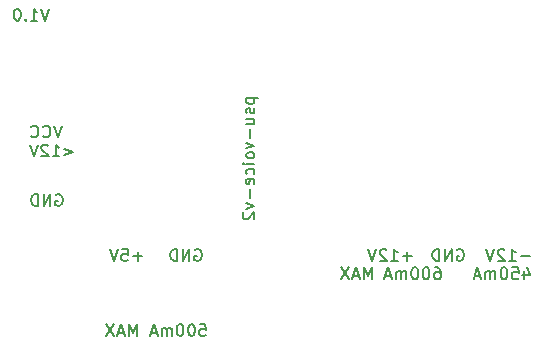
<source format=gbo>
G04 #@! TF.GenerationSoftware,KiCad,Pcbnew,7.0.8*
G04 #@! TF.CreationDate,2023-11-17T13:56:22+01:00*
G04 #@! TF.ProjectId,shmoergh-dual-rail-psu,73686d6f-6572-4676-982d-6475616c2d72,rev?*
G04 #@! TF.SameCoordinates,Original*
G04 #@! TF.FileFunction,Legend,Bot*
G04 #@! TF.FilePolarity,Positive*
%FSLAX46Y46*%
G04 Gerber Fmt 4.6, Leading zero omitted, Abs format (unit mm)*
G04 Created by KiCad (PCBNEW 7.0.8) date 2023-11-17 13:56:22*
%MOMM*%
%LPD*%
G01*
G04 APERTURE LIST*
%ADD10C,0.150000*%
%ADD11C,6.000000*%
%ADD12C,1.152000*%
%ADD13R,2.600000X2.600000*%
%ADD14C,2.600000*%
G04 APERTURE END LIST*
D10*
X41426904Y-37708438D02*
X41522142Y-37660819D01*
X41522142Y-37660819D02*
X41664999Y-37660819D01*
X41664999Y-37660819D02*
X41807856Y-37708438D01*
X41807856Y-37708438D02*
X41903094Y-37803676D01*
X41903094Y-37803676D02*
X41950713Y-37898914D01*
X41950713Y-37898914D02*
X41998332Y-38089390D01*
X41998332Y-38089390D02*
X41998332Y-38232247D01*
X41998332Y-38232247D02*
X41950713Y-38422723D01*
X41950713Y-38422723D02*
X41903094Y-38517961D01*
X41903094Y-38517961D02*
X41807856Y-38613200D01*
X41807856Y-38613200D02*
X41664999Y-38660819D01*
X41664999Y-38660819D02*
X41569761Y-38660819D01*
X41569761Y-38660819D02*
X41426904Y-38613200D01*
X41426904Y-38613200D02*
X41379285Y-38565580D01*
X41379285Y-38565580D02*
X41379285Y-38232247D01*
X41379285Y-38232247D02*
X41569761Y-38232247D01*
X40950713Y-38660819D02*
X40950713Y-37660819D01*
X40950713Y-37660819D02*
X40379285Y-38660819D01*
X40379285Y-38660819D02*
X40379285Y-37660819D01*
X39903094Y-38660819D02*
X39903094Y-37660819D01*
X39903094Y-37660819D02*
X39664999Y-37660819D01*
X39664999Y-37660819D02*
X39522142Y-37708438D01*
X39522142Y-37708438D02*
X39426904Y-37803676D01*
X39426904Y-37803676D02*
X39379285Y-37898914D01*
X39379285Y-37898914D02*
X39331666Y-38089390D01*
X39331666Y-38089390D02*
X39331666Y-38232247D01*
X39331666Y-38232247D02*
X39379285Y-38422723D01*
X39379285Y-38422723D02*
X39426904Y-38517961D01*
X39426904Y-38517961D02*
X39522142Y-38613200D01*
X39522142Y-38613200D02*
X39664999Y-38660819D01*
X39664999Y-38660819D02*
X39903094Y-38660819D01*
X36950713Y-38279866D02*
X36188809Y-38279866D01*
X36569761Y-38660819D02*
X36569761Y-37898914D01*
X35236428Y-37660819D02*
X35712618Y-37660819D01*
X35712618Y-37660819D02*
X35760237Y-38137009D01*
X35760237Y-38137009D02*
X35712618Y-38089390D01*
X35712618Y-38089390D02*
X35617380Y-38041771D01*
X35617380Y-38041771D02*
X35379285Y-38041771D01*
X35379285Y-38041771D02*
X35284047Y-38089390D01*
X35284047Y-38089390D02*
X35236428Y-38137009D01*
X35236428Y-38137009D02*
X35188809Y-38232247D01*
X35188809Y-38232247D02*
X35188809Y-38470342D01*
X35188809Y-38470342D02*
X35236428Y-38565580D01*
X35236428Y-38565580D02*
X35284047Y-38613200D01*
X35284047Y-38613200D02*
X35379285Y-38660819D01*
X35379285Y-38660819D02*
X35617380Y-38660819D01*
X35617380Y-38660819D02*
X35712618Y-38613200D01*
X35712618Y-38613200D02*
X35760237Y-38565580D01*
X34903094Y-37660819D02*
X34569761Y-38660819D01*
X34569761Y-38660819D02*
X34236428Y-37660819D01*
X59776904Y-38279866D02*
X59015000Y-38279866D01*
X59395952Y-38660819D02*
X59395952Y-37898914D01*
X58015000Y-38660819D02*
X58586428Y-38660819D01*
X58300714Y-38660819D02*
X58300714Y-37660819D01*
X58300714Y-37660819D02*
X58395952Y-37803676D01*
X58395952Y-37803676D02*
X58491190Y-37898914D01*
X58491190Y-37898914D02*
X58586428Y-37946533D01*
X57634047Y-37756057D02*
X57586428Y-37708438D01*
X57586428Y-37708438D02*
X57491190Y-37660819D01*
X57491190Y-37660819D02*
X57253095Y-37660819D01*
X57253095Y-37660819D02*
X57157857Y-37708438D01*
X57157857Y-37708438D02*
X57110238Y-37756057D01*
X57110238Y-37756057D02*
X57062619Y-37851295D01*
X57062619Y-37851295D02*
X57062619Y-37946533D01*
X57062619Y-37946533D02*
X57110238Y-38089390D01*
X57110238Y-38089390D02*
X57681666Y-38660819D01*
X57681666Y-38660819D02*
X57062619Y-38660819D01*
X56776904Y-37660819D02*
X56443571Y-38660819D01*
X56443571Y-38660819D02*
X56110238Y-37660819D01*
X63626904Y-37708438D02*
X63722142Y-37660819D01*
X63722142Y-37660819D02*
X63864999Y-37660819D01*
X63864999Y-37660819D02*
X64007856Y-37708438D01*
X64007856Y-37708438D02*
X64103094Y-37803676D01*
X64103094Y-37803676D02*
X64150713Y-37898914D01*
X64150713Y-37898914D02*
X64198332Y-38089390D01*
X64198332Y-38089390D02*
X64198332Y-38232247D01*
X64198332Y-38232247D02*
X64150713Y-38422723D01*
X64150713Y-38422723D02*
X64103094Y-38517961D01*
X64103094Y-38517961D02*
X64007856Y-38613200D01*
X64007856Y-38613200D02*
X63864999Y-38660819D01*
X63864999Y-38660819D02*
X63769761Y-38660819D01*
X63769761Y-38660819D02*
X63626904Y-38613200D01*
X63626904Y-38613200D02*
X63579285Y-38565580D01*
X63579285Y-38565580D02*
X63579285Y-38232247D01*
X63579285Y-38232247D02*
X63769761Y-38232247D01*
X63150713Y-38660819D02*
X63150713Y-37660819D01*
X63150713Y-37660819D02*
X62579285Y-38660819D01*
X62579285Y-38660819D02*
X62579285Y-37660819D01*
X62103094Y-38660819D02*
X62103094Y-37660819D01*
X62103094Y-37660819D02*
X61864999Y-37660819D01*
X61864999Y-37660819D02*
X61722142Y-37708438D01*
X61722142Y-37708438D02*
X61626904Y-37803676D01*
X61626904Y-37803676D02*
X61579285Y-37898914D01*
X61579285Y-37898914D02*
X61531666Y-38089390D01*
X61531666Y-38089390D02*
X61531666Y-38232247D01*
X61531666Y-38232247D02*
X61579285Y-38422723D01*
X61579285Y-38422723D02*
X61626904Y-38517961D01*
X61626904Y-38517961D02*
X61722142Y-38613200D01*
X61722142Y-38613200D02*
X61864999Y-38660819D01*
X61864999Y-38660819D02*
X62103094Y-38660819D01*
X69761904Y-38279866D02*
X69000000Y-38279866D01*
X68000000Y-38660819D02*
X68571428Y-38660819D01*
X68285714Y-38660819D02*
X68285714Y-37660819D01*
X68285714Y-37660819D02*
X68380952Y-37803676D01*
X68380952Y-37803676D02*
X68476190Y-37898914D01*
X68476190Y-37898914D02*
X68571428Y-37946533D01*
X67619047Y-37756057D02*
X67571428Y-37708438D01*
X67571428Y-37708438D02*
X67476190Y-37660819D01*
X67476190Y-37660819D02*
X67238095Y-37660819D01*
X67238095Y-37660819D02*
X67142857Y-37708438D01*
X67142857Y-37708438D02*
X67095238Y-37756057D01*
X67095238Y-37756057D02*
X67047619Y-37851295D01*
X67047619Y-37851295D02*
X67047619Y-37946533D01*
X67047619Y-37946533D02*
X67095238Y-38089390D01*
X67095238Y-38089390D02*
X67666666Y-38660819D01*
X67666666Y-38660819D02*
X67047619Y-38660819D01*
X66761904Y-37660819D02*
X66428571Y-38660819D01*
X66428571Y-38660819D02*
X66095238Y-37660819D01*
X29649398Y-33058438D02*
X29744636Y-33010819D01*
X29744636Y-33010819D02*
X29887493Y-33010819D01*
X29887493Y-33010819D02*
X30030350Y-33058438D01*
X30030350Y-33058438D02*
X30125588Y-33153676D01*
X30125588Y-33153676D02*
X30173207Y-33248914D01*
X30173207Y-33248914D02*
X30220826Y-33439390D01*
X30220826Y-33439390D02*
X30220826Y-33582247D01*
X30220826Y-33582247D02*
X30173207Y-33772723D01*
X30173207Y-33772723D02*
X30125588Y-33867961D01*
X30125588Y-33867961D02*
X30030350Y-33963200D01*
X30030350Y-33963200D02*
X29887493Y-34010819D01*
X29887493Y-34010819D02*
X29792255Y-34010819D01*
X29792255Y-34010819D02*
X29649398Y-33963200D01*
X29649398Y-33963200D02*
X29601779Y-33915580D01*
X29601779Y-33915580D02*
X29601779Y-33582247D01*
X29601779Y-33582247D02*
X29792255Y-33582247D01*
X29173207Y-34010819D02*
X29173207Y-33010819D01*
X29173207Y-33010819D02*
X28601779Y-34010819D01*
X28601779Y-34010819D02*
X28601779Y-33010819D01*
X28125588Y-34010819D02*
X28125588Y-33010819D01*
X28125588Y-33010819D02*
X27887493Y-33010819D01*
X27887493Y-33010819D02*
X27744636Y-33058438D01*
X27744636Y-33058438D02*
X27649398Y-33153676D01*
X27649398Y-33153676D02*
X27601779Y-33248914D01*
X27601779Y-33248914D02*
X27554160Y-33439390D01*
X27554160Y-33439390D02*
X27554160Y-33582247D01*
X27554160Y-33582247D02*
X27601779Y-33772723D01*
X27601779Y-33772723D02*
X27649398Y-33867961D01*
X27649398Y-33867961D02*
X27744636Y-33963200D01*
X27744636Y-33963200D02*
X27887493Y-34010819D01*
X27887493Y-34010819D02*
X28125588Y-34010819D01*
X61753285Y-39205819D02*
X61943761Y-39205819D01*
X61943761Y-39205819D02*
X62038999Y-39253438D01*
X62038999Y-39253438D02*
X62086618Y-39301057D01*
X62086618Y-39301057D02*
X62181856Y-39443914D01*
X62181856Y-39443914D02*
X62229475Y-39634390D01*
X62229475Y-39634390D02*
X62229475Y-40015342D01*
X62229475Y-40015342D02*
X62181856Y-40110580D01*
X62181856Y-40110580D02*
X62134237Y-40158200D01*
X62134237Y-40158200D02*
X62038999Y-40205819D01*
X62038999Y-40205819D02*
X61848523Y-40205819D01*
X61848523Y-40205819D02*
X61753285Y-40158200D01*
X61753285Y-40158200D02*
X61705666Y-40110580D01*
X61705666Y-40110580D02*
X61658047Y-40015342D01*
X61658047Y-40015342D02*
X61658047Y-39777247D01*
X61658047Y-39777247D02*
X61705666Y-39682009D01*
X61705666Y-39682009D02*
X61753285Y-39634390D01*
X61753285Y-39634390D02*
X61848523Y-39586771D01*
X61848523Y-39586771D02*
X62038999Y-39586771D01*
X62038999Y-39586771D02*
X62134237Y-39634390D01*
X62134237Y-39634390D02*
X62181856Y-39682009D01*
X62181856Y-39682009D02*
X62229475Y-39777247D01*
X61038999Y-39205819D02*
X60943761Y-39205819D01*
X60943761Y-39205819D02*
X60848523Y-39253438D01*
X60848523Y-39253438D02*
X60800904Y-39301057D01*
X60800904Y-39301057D02*
X60753285Y-39396295D01*
X60753285Y-39396295D02*
X60705666Y-39586771D01*
X60705666Y-39586771D02*
X60705666Y-39824866D01*
X60705666Y-39824866D02*
X60753285Y-40015342D01*
X60753285Y-40015342D02*
X60800904Y-40110580D01*
X60800904Y-40110580D02*
X60848523Y-40158200D01*
X60848523Y-40158200D02*
X60943761Y-40205819D01*
X60943761Y-40205819D02*
X61038999Y-40205819D01*
X61038999Y-40205819D02*
X61134237Y-40158200D01*
X61134237Y-40158200D02*
X61181856Y-40110580D01*
X61181856Y-40110580D02*
X61229475Y-40015342D01*
X61229475Y-40015342D02*
X61277094Y-39824866D01*
X61277094Y-39824866D02*
X61277094Y-39586771D01*
X61277094Y-39586771D02*
X61229475Y-39396295D01*
X61229475Y-39396295D02*
X61181856Y-39301057D01*
X61181856Y-39301057D02*
X61134237Y-39253438D01*
X61134237Y-39253438D02*
X61038999Y-39205819D01*
X60086618Y-39205819D02*
X59991380Y-39205819D01*
X59991380Y-39205819D02*
X59896142Y-39253438D01*
X59896142Y-39253438D02*
X59848523Y-39301057D01*
X59848523Y-39301057D02*
X59800904Y-39396295D01*
X59800904Y-39396295D02*
X59753285Y-39586771D01*
X59753285Y-39586771D02*
X59753285Y-39824866D01*
X59753285Y-39824866D02*
X59800904Y-40015342D01*
X59800904Y-40015342D02*
X59848523Y-40110580D01*
X59848523Y-40110580D02*
X59896142Y-40158200D01*
X59896142Y-40158200D02*
X59991380Y-40205819D01*
X59991380Y-40205819D02*
X60086618Y-40205819D01*
X60086618Y-40205819D02*
X60181856Y-40158200D01*
X60181856Y-40158200D02*
X60229475Y-40110580D01*
X60229475Y-40110580D02*
X60277094Y-40015342D01*
X60277094Y-40015342D02*
X60324713Y-39824866D01*
X60324713Y-39824866D02*
X60324713Y-39586771D01*
X60324713Y-39586771D02*
X60277094Y-39396295D01*
X60277094Y-39396295D02*
X60229475Y-39301057D01*
X60229475Y-39301057D02*
X60181856Y-39253438D01*
X60181856Y-39253438D02*
X60086618Y-39205819D01*
X59324713Y-40205819D02*
X59324713Y-39539152D01*
X59324713Y-39634390D02*
X59277094Y-39586771D01*
X59277094Y-39586771D02*
X59181856Y-39539152D01*
X59181856Y-39539152D02*
X59038999Y-39539152D01*
X59038999Y-39539152D02*
X58943761Y-39586771D01*
X58943761Y-39586771D02*
X58896142Y-39682009D01*
X58896142Y-39682009D02*
X58896142Y-40205819D01*
X58896142Y-39682009D02*
X58848523Y-39586771D01*
X58848523Y-39586771D02*
X58753285Y-39539152D01*
X58753285Y-39539152D02*
X58610428Y-39539152D01*
X58610428Y-39539152D02*
X58515189Y-39586771D01*
X58515189Y-39586771D02*
X58467570Y-39682009D01*
X58467570Y-39682009D02*
X58467570Y-40205819D01*
X58038999Y-39920104D02*
X57562809Y-39920104D01*
X58134237Y-40205819D02*
X57800904Y-39205819D01*
X57800904Y-39205819D02*
X57467571Y-40205819D01*
X56372332Y-40205819D02*
X56372332Y-39205819D01*
X56372332Y-39205819D02*
X56038999Y-39920104D01*
X56038999Y-39920104D02*
X55705666Y-39205819D01*
X55705666Y-39205819D02*
X55705666Y-40205819D01*
X55277094Y-39920104D02*
X54800904Y-39920104D01*
X55372332Y-40205819D02*
X55038999Y-39205819D01*
X55038999Y-39205819D02*
X54705666Y-40205819D01*
X54467570Y-39205819D02*
X53800904Y-40205819D01*
X53800904Y-39205819D02*
X54467570Y-40205819D01*
X69294142Y-39539152D02*
X69294142Y-40205819D01*
X69532237Y-39158200D02*
X69770332Y-39872485D01*
X69770332Y-39872485D02*
X69151285Y-39872485D01*
X68294142Y-39205819D02*
X68770332Y-39205819D01*
X68770332Y-39205819D02*
X68817951Y-39682009D01*
X68817951Y-39682009D02*
X68770332Y-39634390D01*
X68770332Y-39634390D02*
X68675094Y-39586771D01*
X68675094Y-39586771D02*
X68436999Y-39586771D01*
X68436999Y-39586771D02*
X68341761Y-39634390D01*
X68341761Y-39634390D02*
X68294142Y-39682009D01*
X68294142Y-39682009D02*
X68246523Y-39777247D01*
X68246523Y-39777247D02*
X68246523Y-40015342D01*
X68246523Y-40015342D02*
X68294142Y-40110580D01*
X68294142Y-40110580D02*
X68341761Y-40158200D01*
X68341761Y-40158200D02*
X68436999Y-40205819D01*
X68436999Y-40205819D02*
X68675094Y-40205819D01*
X68675094Y-40205819D02*
X68770332Y-40158200D01*
X68770332Y-40158200D02*
X68817951Y-40110580D01*
X67627475Y-39205819D02*
X67532237Y-39205819D01*
X67532237Y-39205819D02*
X67436999Y-39253438D01*
X67436999Y-39253438D02*
X67389380Y-39301057D01*
X67389380Y-39301057D02*
X67341761Y-39396295D01*
X67341761Y-39396295D02*
X67294142Y-39586771D01*
X67294142Y-39586771D02*
X67294142Y-39824866D01*
X67294142Y-39824866D02*
X67341761Y-40015342D01*
X67341761Y-40015342D02*
X67389380Y-40110580D01*
X67389380Y-40110580D02*
X67436999Y-40158200D01*
X67436999Y-40158200D02*
X67532237Y-40205819D01*
X67532237Y-40205819D02*
X67627475Y-40205819D01*
X67627475Y-40205819D02*
X67722713Y-40158200D01*
X67722713Y-40158200D02*
X67770332Y-40110580D01*
X67770332Y-40110580D02*
X67817951Y-40015342D01*
X67817951Y-40015342D02*
X67865570Y-39824866D01*
X67865570Y-39824866D02*
X67865570Y-39586771D01*
X67865570Y-39586771D02*
X67817951Y-39396295D01*
X67817951Y-39396295D02*
X67770332Y-39301057D01*
X67770332Y-39301057D02*
X67722713Y-39253438D01*
X67722713Y-39253438D02*
X67627475Y-39205819D01*
X66865570Y-40205819D02*
X66865570Y-39539152D01*
X66865570Y-39634390D02*
X66817951Y-39586771D01*
X66817951Y-39586771D02*
X66722713Y-39539152D01*
X66722713Y-39539152D02*
X66579856Y-39539152D01*
X66579856Y-39539152D02*
X66484618Y-39586771D01*
X66484618Y-39586771D02*
X66436999Y-39682009D01*
X66436999Y-39682009D02*
X66436999Y-40205819D01*
X66436999Y-39682009D02*
X66389380Y-39586771D01*
X66389380Y-39586771D02*
X66294142Y-39539152D01*
X66294142Y-39539152D02*
X66151285Y-39539152D01*
X66151285Y-39539152D02*
X66056046Y-39586771D01*
X66056046Y-39586771D02*
X66008427Y-39682009D01*
X66008427Y-39682009D02*
X66008427Y-40205819D01*
X65579856Y-39920104D02*
X65103666Y-39920104D01*
X65675094Y-40205819D02*
X65341761Y-39205819D01*
X65341761Y-39205819D02*
X65008428Y-40205819D01*
X41831666Y-44010819D02*
X42307856Y-44010819D01*
X42307856Y-44010819D02*
X42355475Y-44487009D01*
X42355475Y-44487009D02*
X42307856Y-44439390D01*
X42307856Y-44439390D02*
X42212618Y-44391771D01*
X42212618Y-44391771D02*
X41974523Y-44391771D01*
X41974523Y-44391771D02*
X41879285Y-44439390D01*
X41879285Y-44439390D02*
X41831666Y-44487009D01*
X41831666Y-44487009D02*
X41784047Y-44582247D01*
X41784047Y-44582247D02*
X41784047Y-44820342D01*
X41784047Y-44820342D02*
X41831666Y-44915580D01*
X41831666Y-44915580D02*
X41879285Y-44963200D01*
X41879285Y-44963200D02*
X41974523Y-45010819D01*
X41974523Y-45010819D02*
X42212618Y-45010819D01*
X42212618Y-45010819D02*
X42307856Y-44963200D01*
X42307856Y-44963200D02*
X42355475Y-44915580D01*
X41164999Y-44010819D02*
X41069761Y-44010819D01*
X41069761Y-44010819D02*
X40974523Y-44058438D01*
X40974523Y-44058438D02*
X40926904Y-44106057D01*
X40926904Y-44106057D02*
X40879285Y-44201295D01*
X40879285Y-44201295D02*
X40831666Y-44391771D01*
X40831666Y-44391771D02*
X40831666Y-44629866D01*
X40831666Y-44629866D02*
X40879285Y-44820342D01*
X40879285Y-44820342D02*
X40926904Y-44915580D01*
X40926904Y-44915580D02*
X40974523Y-44963200D01*
X40974523Y-44963200D02*
X41069761Y-45010819D01*
X41069761Y-45010819D02*
X41164999Y-45010819D01*
X41164999Y-45010819D02*
X41260237Y-44963200D01*
X41260237Y-44963200D02*
X41307856Y-44915580D01*
X41307856Y-44915580D02*
X41355475Y-44820342D01*
X41355475Y-44820342D02*
X41403094Y-44629866D01*
X41403094Y-44629866D02*
X41403094Y-44391771D01*
X41403094Y-44391771D02*
X41355475Y-44201295D01*
X41355475Y-44201295D02*
X41307856Y-44106057D01*
X41307856Y-44106057D02*
X41260237Y-44058438D01*
X41260237Y-44058438D02*
X41164999Y-44010819D01*
X40212618Y-44010819D02*
X40117380Y-44010819D01*
X40117380Y-44010819D02*
X40022142Y-44058438D01*
X40022142Y-44058438D02*
X39974523Y-44106057D01*
X39974523Y-44106057D02*
X39926904Y-44201295D01*
X39926904Y-44201295D02*
X39879285Y-44391771D01*
X39879285Y-44391771D02*
X39879285Y-44629866D01*
X39879285Y-44629866D02*
X39926904Y-44820342D01*
X39926904Y-44820342D02*
X39974523Y-44915580D01*
X39974523Y-44915580D02*
X40022142Y-44963200D01*
X40022142Y-44963200D02*
X40117380Y-45010819D01*
X40117380Y-45010819D02*
X40212618Y-45010819D01*
X40212618Y-45010819D02*
X40307856Y-44963200D01*
X40307856Y-44963200D02*
X40355475Y-44915580D01*
X40355475Y-44915580D02*
X40403094Y-44820342D01*
X40403094Y-44820342D02*
X40450713Y-44629866D01*
X40450713Y-44629866D02*
X40450713Y-44391771D01*
X40450713Y-44391771D02*
X40403094Y-44201295D01*
X40403094Y-44201295D02*
X40355475Y-44106057D01*
X40355475Y-44106057D02*
X40307856Y-44058438D01*
X40307856Y-44058438D02*
X40212618Y-44010819D01*
X39450713Y-45010819D02*
X39450713Y-44344152D01*
X39450713Y-44439390D02*
X39403094Y-44391771D01*
X39403094Y-44391771D02*
X39307856Y-44344152D01*
X39307856Y-44344152D02*
X39164999Y-44344152D01*
X39164999Y-44344152D02*
X39069761Y-44391771D01*
X39069761Y-44391771D02*
X39022142Y-44487009D01*
X39022142Y-44487009D02*
X39022142Y-45010819D01*
X39022142Y-44487009D02*
X38974523Y-44391771D01*
X38974523Y-44391771D02*
X38879285Y-44344152D01*
X38879285Y-44344152D02*
X38736428Y-44344152D01*
X38736428Y-44344152D02*
X38641189Y-44391771D01*
X38641189Y-44391771D02*
X38593570Y-44487009D01*
X38593570Y-44487009D02*
X38593570Y-45010819D01*
X38164999Y-44725104D02*
X37688809Y-44725104D01*
X38260237Y-45010819D02*
X37926904Y-44010819D01*
X37926904Y-44010819D02*
X37593571Y-45010819D01*
X36498332Y-45010819D02*
X36498332Y-44010819D01*
X36498332Y-44010819D02*
X36164999Y-44725104D01*
X36164999Y-44725104D02*
X35831666Y-44010819D01*
X35831666Y-44010819D02*
X35831666Y-45010819D01*
X35403094Y-44725104D02*
X34926904Y-44725104D01*
X35498332Y-45010819D02*
X35164999Y-44010819D01*
X35164999Y-44010819D02*
X34831666Y-45010819D01*
X34593570Y-44010819D02*
X33926904Y-45010819D01*
X33926904Y-44010819D02*
X34593570Y-45010819D01*
X30125588Y-27205819D02*
X29792255Y-28205819D01*
X29792255Y-28205819D02*
X29458922Y-27205819D01*
X28554160Y-28110580D02*
X28601779Y-28158200D01*
X28601779Y-28158200D02*
X28744636Y-28205819D01*
X28744636Y-28205819D02*
X28839874Y-28205819D01*
X28839874Y-28205819D02*
X28982731Y-28158200D01*
X28982731Y-28158200D02*
X29077969Y-28062961D01*
X29077969Y-28062961D02*
X29125588Y-27967723D01*
X29125588Y-27967723D02*
X29173207Y-27777247D01*
X29173207Y-27777247D02*
X29173207Y-27634390D01*
X29173207Y-27634390D02*
X29125588Y-27443914D01*
X29125588Y-27443914D02*
X29077969Y-27348676D01*
X29077969Y-27348676D02*
X28982731Y-27253438D01*
X28982731Y-27253438D02*
X28839874Y-27205819D01*
X28839874Y-27205819D02*
X28744636Y-27205819D01*
X28744636Y-27205819D02*
X28601779Y-27253438D01*
X28601779Y-27253438D02*
X28554160Y-27301057D01*
X27554160Y-28110580D02*
X27601779Y-28158200D01*
X27601779Y-28158200D02*
X27744636Y-28205819D01*
X27744636Y-28205819D02*
X27839874Y-28205819D01*
X27839874Y-28205819D02*
X27982731Y-28158200D01*
X27982731Y-28158200D02*
X28077969Y-28062961D01*
X28077969Y-28062961D02*
X28125588Y-27967723D01*
X28125588Y-27967723D02*
X28173207Y-27777247D01*
X28173207Y-27777247D02*
X28173207Y-27634390D01*
X28173207Y-27634390D02*
X28125588Y-27443914D01*
X28125588Y-27443914D02*
X28077969Y-27348676D01*
X28077969Y-27348676D02*
X27982731Y-27253438D01*
X27982731Y-27253438D02*
X27839874Y-27205819D01*
X27839874Y-27205819D02*
X27744636Y-27205819D01*
X27744636Y-27205819D02*
X27601779Y-27253438D01*
X27601779Y-27253438D02*
X27554160Y-27301057D01*
X30363684Y-29149152D02*
X31125588Y-29434866D01*
X31125588Y-29434866D02*
X30363684Y-29720580D01*
X29363684Y-29815819D02*
X29935112Y-29815819D01*
X29649398Y-29815819D02*
X29649398Y-28815819D01*
X29649398Y-28815819D02*
X29744636Y-28958676D01*
X29744636Y-28958676D02*
X29839874Y-29053914D01*
X29839874Y-29053914D02*
X29935112Y-29101533D01*
X28982731Y-28911057D02*
X28935112Y-28863438D01*
X28935112Y-28863438D02*
X28839874Y-28815819D01*
X28839874Y-28815819D02*
X28601779Y-28815819D01*
X28601779Y-28815819D02*
X28506541Y-28863438D01*
X28506541Y-28863438D02*
X28458922Y-28911057D01*
X28458922Y-28911057D02*
X28411303Y-29006295D01*
X28411303Y-29006295D02*
X28411303Y-29101533D01*
X28411303Y-29101533D02*
X28458922Y-29244390D01*
X28458922Y-29244390D02*
X29030350Y-29815819D01*
X29030350Y-29815819D02*
X28411303Y-29815819D01*
X28125588Y-28815819D02*
X27792255Y-29815819D01*
X27792255Y-29815819D02*
X27458922Y-28815819D01*
X29038808Y-17310819D02*
X28705475Y-18310819D01*
X28705475Y-18310819D02*
X28372142Y-17310819D01*
X27514999Y-18310819D02*
X28086427Y-18310819D01*
X27800713Y-18310819D02*
X27800713Y-17310819D01*
X27800713Y-17310819D02*
X27895951Y-17453676D01*
X27895951Y-17453676D02*
X27991189Y-17548914D01*
X27991189Y-17548914D02*
X28086427Y-17596533D01*
X27086427Y-18215580D02*
X27038808Y-18263200D01*
X27038808Y-18263200D02*
X27086427Y-18310819D01*
X27086427Y-18310819D02*
X27134046Y-18263200D01*
X27134046Y-18263200D02*
X27086427Y-18215580D01*
X27086427Y-18215580D02*
X27086427Y-18310819D01*
X26419761Y-17310819D02*
X26324523Y-17310819D01*
X26324523Y-17310819D02*
X26229285Y-17358438D01*
X26229285Y-17358438D02*
X26181666Y-17406057D01*
X26181666Y-17406057D02*
X26134047Y-17501295D01*
X26134047Y-17501295D02*
X26086428Y-17691771D01*
X26086428Y-17691771D02*
X26086428Y-17929866D01*
X26086428Y-17929866D02*
X26134047Y-18120342D01*
X26134047Y-18120342D02*
X26181666Y-18215580D01*
X26181666Y-18215580D02*
X26229285Y-18263200D01*
X26229285Y-18263200D02*
X26324523Y-18310819D01*
X26324523Y-18310819D02*
X26419761Y-18310819D01*
X26419761Y-18310819D02*
X26514999Y-18263200D01*
X26514999Y-18263200D02*
X26562618Y-18215580D01*
X26562618Y-18215580D02*
X26610237Y-18120342D01*
X26610237Y-18120342D02*
X26657856Y-17929866D01*
X26657856Y-17929866D02*
X26657856Y-17691771D01*
X26657856Y-17691771D02*
X26610237Y-17501295D01*
X26610237Y-17501295D02*
X26562618Y-17406057D01*
X26562618Y-17406057D02*
X26514999Y-17358438D01*
X26514999Y-17358438D02*
X26419761Y-17310819D01*
X45781152Y-24894762D02*
X46781152Y-24894762D01*
X45828771Y-24894762D02*
X45781152Y-24990000D01*
X45781152Y-24990000D02*
X45781152Y-25180476D01*
X45781152Y-25180476D02*
X45828771Y-25275714D01*
X45828771Y-25275714D02*
X45876390Y-25323333D01*
X45876390Y-25323333D02*
X45971628Y-25370952D01*
X45971628Y-25370952D02*
X46257342Y-25370952D01*
X46257342Y-25370952D02*
X46352580Y-25323333D01*
X46352580Y-25323333D02*
X46400200Y-25275714D01*
X46400200Y-25275714D02*
X46447819Y-25180476D01*
X46447819Y-25180476D02*
X46447819Y-24990000D01*
X46447819Y-24990000D02*
X46400200Y-24894762D01*
X46400200Y-25751905D02*
X46447819Y-25847143D01*
X46447819Y-25847143D02*
X46447819Y-26037619D01*
X46447819Y-26037619D02*
X46400200Y-26132857D01*
X46400200Y-26132857D02*
X46304961Y-26180476D01*
X46304961Y-26180476D02*
X46257342Y-26180476D01*
X46257342Y-26180476D02*
X46162104Y-26132857D01*
X46162104Y-26132857D02*
X46114485Y-26037619D01*
X46114485Y-26037619D02*
X46114485Y-25894762D01*
X46114485Y-25894762D02*
X46066866Y-25799524D01*
X46066866Y-25799524D02*
X45971628Y-25751905D01*
X45971628Y-25751905D02*
X45924009Y-25751905D01*
X45924009Y-25751905D02*
X45828771Y-25799524D01*
X45828771Y-25799524D02*
X45781152Y-25894762D01*
X45781152Y-25894762D02*
X45781152Y-26037619D01*
X45781152Y-26037619D02*
X45828771Y-26132857D01*
X45781152Y-27037619D02*
X46447819Y-27037619D01*
X45781152Y-26609048D02*
X46304961Y-26609048D01*
X46304961Y-26609048D02*
X46400200Y-26656667D01*
X46400200Y-26656667D02*
X46447819Y-26751905D01*
X46447819Y-26751905D02*
X46447819Y-26894762D01*
X46447819Y-26894762D02*
X46400200Y-26990000D01*
X46400200Y-26990000D02*
X46352580Y-27037619D01*
X46066866Y-27513810D02*
X46066866Y-28275715D01*
X45781152Y-28656667D02*
X46447819Y-28894762D01*
X46447819Y-28894762D02*
X45781152Y-29132857D01*
X46447819Y-29656667D02*
X46400200Y-29561429D01*
X46400200Y-29561429D02*
X46352580Y-29513810D01*
X46352580Y-29513810D02*
X46257342Y-29466191D01*
X46257342Y-29466191D02*
X45971628Y-29466191D01*
X45971628Y-29466191D02*
X45876390Y-29513810D01*
X45876390Y-29513810D02*
X45828771Y-29561429D01*
X45828771Y-29561429D02*
X45781152Y-29656667D01*
X45781152Y-29656667D02*
X45781152Y-29799524D01*
X45781152Y-29799524D02*
X45828771Y-29894762D01*
X45828771Y-29894762D02*
X45876390Y-29942381D01*
X45876390Y-29942381D02*
X45971628Y-29990000D01*
X45971628Y-29990000D02*
X46257342Y-29990000D01*
X46257342Y-29990000D02*
X46352580Y-29942381D01*
X46352580Y-29942381D02*
X46400200Y-29894762D01*
X46400200Y-29894762D02*
X46447819Y-29799524D01*
X46447819Y-29799524D02*
X46447819Y-29656667D01*
X46447819Y-30418572D02*
X45781152Y-30418572D01*
X45447819Y-30418572D02*
X45495438Y-30370953D01*
X45495438Y-30370953D02*
X45543057Y-30418572D01*
X45543057Y-30418572D02*
X45495438Y-30466191D01*
X45495438Y-30466191D02*
X45447819Y-30418572D01*
X45447819Y-30418572D02*
X45543057Y-30418572D01*
X46400200Y-31323333D02*
X46447819Y-31228095D01*
X46447819Y-31228095D02*
X46447819Y-31037619D01*
X46447819Y-31037619D02*
X46400200Y-30942381D01*
X46400200Y-30942381D02*
X46352580Y-30894762D01*
X46352580Y-30894762D02*
X46257342Y-30847143D01*
X46257342Y-30847143D02*
X45971628Y-30847143D01*
X45971628Y-30847143D02*
X45876390Y-30894762D01*
X45876390Y-30894762D02*
X45828771Y-30942381D01*
X45828771Y-30942381D02*
X45781152Y-31037619D01*
X45781152Y-31037619D02*
X45781152Y-31228095D01*
X45781152Y-31228095D02*
X45828771Y-31323333D01*
X46400200Y-32132857D02*
X46447819Y-32037619D01*
X46447819Y-32037619D02*
X46447819Y-31847143D01*
X46447819Y-31847143D02*
X46400200Y-31751905D01*
X46400200Y-31751905D02*
X46304961Y-31704286D01*
X46304961Y-31704286D02*
X45924009Y-31704286D01*
X45924009Y-31704286D02*
X45828771Y-31751905D01*
X45828771Y-31751905D02*
X45781152Y-31847143D01*
X45781152Y-31847143D02*
X45781152Y-32037619D01*
X45781152Y-32037619D02*
X45828771Y-32132857D01*
X45828771Y-32132857D02*
X45924009Y-32180476D01*
X45924009Y-32180476D02*
X46019247Y-32180476D01*
X46019247Y-32180476D02*
X46114485Y-31704286D01*
X46066866Y-32609048D02*
X46066866Y-33370953D01*
X45781152Y-33751905D02*
X46447819Y-33990000D01*
X46447819Y-33990000D02*
X45781152Y-34228095D01*
X45543057Y-34561429D02*
X45495438Y-34609048D01*
X45495438Y-34609048D02*
X45447819Y-34704286D01*
X45447819Y-34704286D02*
X45447819Y-34942381D01*
X45447819Y-34942381D02*
X45495438Y-35037619D01*
X45495438Y-35037619D02*
X45543057Y-35085238D01*
X45543057Y-35085238D02*
X45638295Y-35132857D01*
X45638295Y-35132857D02*
X45733533Y-35132857D01*
X45733533Y-35132857D02*
X45876390Y-35085238D01*
X45876390Y-35085238D02*
X46447819Y-34513810D01*
X46447819Y-34513810D02*
X46447819Y-35132857D01*
%LPC*%
D11*
X86487000Y-44577000D03*
X86487000Y-18669000D03*
X22352000Y-18415000D03*
X22479000Y-44450000D03*
D12*
X26035000Y-21463000D03*
X83312000Y-41148000D03*
D13*
X24765000Y-28556000D03*
D14*
X24765000Y-33556000D03*
D13*
X35640000Y-41506000D03*
D14*
X40640000Y-41506000D03*
D13*
X57865000Y-42418000D03*
D14*
X62865000Y-42418000D03*
X67865000Y-42418000D03*
%LPD*%
M02*

</source>
